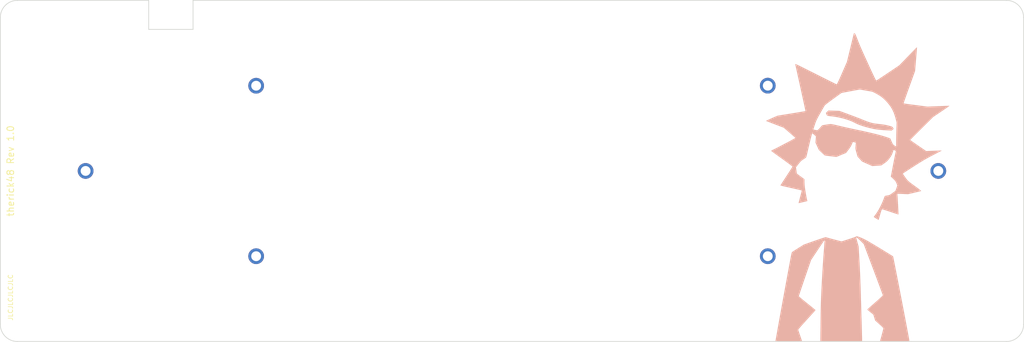
<source format=kicad_pcb>
(kicad_pcb (version 20171130) (host pcbnew "(5.1.2-1)-1")
  (layers (0 F.Cu signal) (31 B.Cu signal) (34 B.Paste user) (35 F.Paste user) (36 B.SilkS user) (37 F.SilkS user) (38 B.Mask user) (39 F.Mask user) (44 Edge.Cuts user))
  (net 0 "")
  (module Keeb_footprints:MX100_outline (layer F.Cu) (at 264.86 101.46)
    (fp_text reference U48)
    (fp_text value HOLE)
  )
  (module Keeb_footprints:MX100_outline (layer F.Cu) (at 245.86 101.46)
    (fp_text reference U47)
    (fp_text value HOLE)
  )
  (module Keeb_footprints:MX100_outline (layer F.Cu) (at 226.86 101.46)
    (fp_text reference U46)
    (fp_text value HOLE)
  )
  (module Keeb_footprints:MX100_outline (layer F.Cu) (at 207.86 101.46)
    (fp_text reference U45)
    (fp_text value HOLE)
  )
  (module Keeb_footprints:MX100_outline (layer F.Cu) (at 188.86 101.46)
    (fp_text reference U44)
    (fp_text value HOLE)
  )
  (module Keeb_footprints:MX100_outline (layer F.Cu) (at 169.86 101.46)
    (fp_text reference U43)
    (fp_text value HOLE)
  )
  (module Keeb_footprints:MX100_outline (layer F.Cu) (at 150.86 101.46)
    (fp_text reference U42)
    (fp_text value HOLE)
  )
  (module Keeb_footprints:MX100_outline (layer F.Cu) (at 131.86 101.46)
    (fp_text reference U41)
    (fp_text value HOLE)
  )
  (module Keeb_footprints:MX100_outline (layer F.Cu) (at 112.86 101.46)
    (fp_text reference U40)
    (fp_text value HOLE)
  )
  (module Keeb_footprints:MX100_outline (layer F.Cu) (at 93.86 101.46)
    (fp_text reference U39)
    (fp_text value HOLE)
  )
  (module Keeb_footprints:MX100_outline (layer F.Cu) (at 74.86 101.46)
    (fp_text reference U38)
    (fp_text value HOLE)
  )
  (module Keeb_footprints:MX100_outline (layer F.Cu) (at 55.86 101.46)
    (fp_text reference U37)
    (fp_text value HOLE)
  )
  (module Keeb_footprints:MX100_outline (layer F.Cu) (at 264.86 82.46)
    (fp_text reference U36)
    (fp_text value HOLE)
  )
  (module Keeb_footprints:MX100_outline (layer F.Cu) (at 245.86 82.46)
    (fp_text reference U35)
    (fp_text value HOLE)
  )
  (module Keeb_footprints:MX100_outline (layer F.Cu) (at 226.86 82.46)
    (fp_text reference U34)
    (fp_text value HOLE)
  )
  (module Keeb_footprints:MX100_outline (layer F.Cu) (at 207.86 82.46)
    (fp_text reference U33)
    (fp_text value HOLE)
  )
  (module Keeb_footprints:MX100_outline (layer F.Cu) (at 188.86 82.46)
    (fp_text reference U32)
    (fp_text value HOLE)
  )
  (module Keeb_footprints:MX100_outline (layer F.Cu) (at 169.86 82.46)
    (fp_text reference U31)
    (fp_text value HOLE)
  )
  (module Keeb_footprints:MX100_outline (layer F.Cu) (at 150.86 82.46)
    (fp_text reference U30)
    (fp_text value HOLE)
  )
  (module Keeb_footprints:MX100_outline (layer F.Cu) (at 131.86 82.46)
    (fp_text reference U29)
    (fp_text value HOLE)
  )
  (module Keeb_footprints:MX100_outline (layer F.Cu) (at 112.86 82.46)
    (fp_text reference U28)
    (fp_text value HOLE)
  )
  (module Keeb_footprints:MX100_outline (layer F.Cu) (at 93.86 82.46)
    (fp_text reference U27)
    (fp_text value HOLE)
  )
  (module Keeb_footprints:MX100_outline (layer F.Cu) (at 74.86 82.46)
    (fp_text reference U26)
    (fp_text value HOLE)
  )
  (module Keeb_footprints:MX100_outline (layer F.Cu) (at 55.86 82.46)
    (fp_text reference U25)
    (fp_text value HOLE)
  )
  (module Keeb_footprints:MX100_outline (layer F.Cu) (at 264.86 63.46)
    (fp_text reference U24)
    (fp_text value HOLE)
  )
  (module Keeb_footprints:MX100_outline (layer F.Cu) (at 245.86 63.46)
    (fp_text reference U23)
    (fp_text value HOLE)
  )
  (module Keeb_footprints:MX100_outline (layer F.Cu) (at 226.86 63.46)
    (fp_text reference U22)
    (fp_text value HOLE)
  )
  (module Keeb_footprints:MX100_outline (layer F.Cu) (at 207.86 63.46)
    (fp_text reference U21)
    (fp_text value HOLE)
  )
  (module Keeb_footprints:MX100_outline (layer F.Cu) (at 188.86 63.46)
    (fp_text reference U20)
    (fp_text value HOLE)
  )
  (module Keeb_footprints:MX100_outline (layer F.Cu) (at 169.86 63.46)
    (fp_text reference U19)
    (fp_text value HOLE)
  )
  (module Keeb_footprints:MX100_outline (layer F.Cu) (at 150.86 63.46)
    (fp_text reference U18)
    (fp_text value HOLE)
  )
  (module Keeb_footprints:MX100_outline (layer F.Cu) (at 131.86 63.46)
    (fp_text reference U17)
    (fp_text value HOLE)
  )
  (module Keeb_footprints:MX100_outline (layer F.Cu) (at 112.86 63.46)
    (fp_text reference U16)
    (fp_text value HOLE)
  )
  (module Keeb_footprints:MX100_outline (layer F.Cu) (at 93.86 63.46)
    (fp_text reference U15)
    (fp_text value HOLE)
  )
  (module Keeb_footprints:MX100_outline (layer F.Cu) (at 74.86 63.46)
    (fp_text reference U14)
    (fp_text value HOLE)
  )
  (module Keeb_footprints:MX100_outline (layer F.Cu) (at 55.86 63.46)
    (fp_text reference U13)
    (fp_text value HOLE)
  )
  (module Keeb_footprints:MX100_outline (layer F.Cu) (at 264.86 44.46)
    (fp_text reference U12)
    (fp_text value HOLE)
  )
  (module Keeb_footprints:MX100_outline (layer F.Cu) (at 245.86 44.46)
    (fp_text reference U11)
    (fp_text value HOLE)
  )
  (module Keeb_footprints:MX100_outline (layer F.Cu) (at 226.86 44.46)
    (fp_text reference U10)
    (fp_text value HOLE)
  )
  (module Keeb_footprints:MX100_outline (layer F.Cu) (at 207.86 44.46)
    (fp_text reference U9)
    (fp_text value HOLE)
  )
  (module Keeb_footprints:MX100_outline (layer F.Cu) (at 188.86 44.46)
    (fp_text reference U8)
    (fp_text value HOLE)
  )
  (module Keeb_footprints:MX100_outline (layer F.Cu) (at 169.86 44.46)
    (fp_text reference U7)
    (fp_text value HOLE)
  )
  (module Keeb_footprints:MX100_outline (layer F.Cu) (at 150.86 44.46)
    (fp_text reference U6)
    (fp_text value HOLE)
  )
  (module Keeb_footprints:MX100_outline (layer F.Cu) (at 131.86 44.46)
    (fp_text reference U5)
    (fp_text value HOLE)
  )
  (module Keeb_footprints:MX100_outline (layer F.Cu) (at 112.86 44.46)
    (fp_text reference U4)
    (fp_text value HOLE)
  )
  (module Keeb_footprints:MX100_outline (layer F.Cu) (at 93.86 44.46)
    (fp_text reference U3)
    (fp_text value HOLE)
  )
  (module Keeb_footprints:MX100_outline (layer F.Cu) (at 74.86 44.46)
    (fp_text reference U2)
    (fp_text value HOLE)
  )
  (module Keeb_footprints:MX100_outline (layer F.Cu) (at 55.86 44.46)
    (fp_text reference U1)
    (fp_text value HOLE)
  )
  (module Artwork:rick_large (layer B.Cu) (at 237.60625 76.596875 180)
    (fp_text reference U65 hide)
    (fp_text value HOLE hide)
    (fp_poly (pts (xy 7.015348 16.828876) (xy 7.293472 16.555918) (xy 7.179463 16.265675) (xy 7.129511 16.145662) (xy 7.07489 16.054858) (xy 6.997239 15.986717) (xy 6.878202 15.934695) (xy 6.699419 15.892244) (xy 6.442533 15.852821) (xy 6.089185 15.809878) (xy 5.813351 15.778586) (xy 5.115897 15.680371) (xy 4.388311 15.542399) (xy 3.655785 15.371742) (xy 2.943513 15.175471) (xy 2.276688 14.960658) (xy 1.680501 14.734375) (xy 1.180146 14.503692) (xy 1.0795 14.449778) (xy 0.402342 14.116625) (xy -0.39138 13.800847) (xy -1.292025 13.50565) (xy -2.289948 13.234239) (xy -3.20675 13.024787) (xy -3.5783 12.952725) (xy -3.968008 12.89035) (xy -4.394824 12.835683) (xy -4.877699 12.786744) (xy -5.435581 12.741555) (xy -6.087421 12.698138) (xy -6.643891 12.665849) (xy -7.350532 12.626799) (xy -7.576549 12.825244) (xy -7.802566 13.02369) (xy -7.670251 13.247946) (xy -7.608846 13.346706) (xy -7.544687 13.422574) (xy -7.457186 13.485047) (xy -7.325758 13.543623) (xy -7.129814 13.607798) (xy -6.848768 13.687069) (xy -6.536107 13.771137) (xy -6.058887 13.881287) (xy -5.498397 13.977611) (xy -4.836374 14.063075) (xy -4.550905 14.093677) (xy -4.070542 14.145372) (xy -3.684674 14.194513) (xy -3.361081 14.247023) (xy -3.06754 14.308823) (xy -2.77183 14.385833) (xy -2.463338 14.477309) (xy -2.089201 14.599415) (xy -1.694645 14.739606) (xy -1.32836 14.879975) (xy -1.055683 14.995019) (xy -0.864897 15.076463) (xy -0.571936 15.194925) (xy -0.193899 15.343793) (xy 0.252119 15.516454) (xy 0.74902 15.706296) (xy 1.279707 15.906708) (xy 1.827084 16.111078) (xy 1.901192 16.13856) (xy 4.278634 17.019493) (xy 5.507929 17.060663) (xy 6.737225 17.101833) (xy 7.015348 16.828876)) (layer B.SilkS) (width 0.01))
    (fp_poly (pts (xy 1.043847 34.277804) (xy 1.0795 34.255908) (xy 1.094033 34.189366) (xy 1.135755 34.011175) (xy 1.201843 33.733091) (xy 1.289476 33.366867) (xy 1.395834 32.924258) (xy 1.518096 32.41702) (xy 1.653441 31.856908) (xy 1.799048 31.255675) (xy 1.840353 31.085353) (xy 2.601207 27.948892) (xy 3.697728 25.436492) (xy 3.964582 24.829531) (xy 4.20467 24.292426) (xy 4.414362 23.832892) (xy 4.590029 23.458647) (xy 4.728041 23.177407) (xy 4.824767 22.996886) (xy 4.876578 22.924801) (xy 4.879835 22.923797) (xy 4.948542 22.951763) (xy 5.121889 23.032908) (xy 5.391253 23.162954) (xy 5.748013 23.337627) (xy 6.183546 23.552651) (xy 6.68923 23.803751) (xy 7.256444 24.086652) (xy 7.876565 24.397079) (xy 8.540971 24.730756) (xy 9.24104 25.083407) (xy 9.565687 25.247293) (xy 10.404904 25.670873) (xy 11.137824 26.039939) (xy 11.771256 26.357736) (xy 12.31201 26.627506) (xy 12.766895 26.852494) (xy 13.142721 27.035945) (xy 13.446296 27.181101) (xy 13.68443 27.291208) (xy 13.863932 27.369508) (xy 13.991611 27.419247) (xy 14.074277 27.443668) (xy 14.11874 27.446015) (xy 14.131807 27.429532) (xy 14.130811 27.422168) (xy 14.084473 27.22151) (xy 14.016591 26.921487) (xy 13.929576 26.5331) (xy 13.825838 26.067352) (xy 13.707789 25.535245) (xy 13.57784 24.947781) (xy 13.438403 24.315962) (xy 13.291889 23.65079) (xy 13.140709 22.963268) (xy 12.987275 22.264397) (xy 12.833997 21.565179) (xy 12.683286 20.876617) (xy 12.537555 20.209712) (xy 12.399215 19.575467) (xy 12.270675 18.984884) (xy 12.154349 18.448965) (xy 12.052647 17.978712) (xy 11.96798 17.585127) (xy 11.90276 17.279213) (xy 11.859398 17.071971) (xy 11.840305 16.974403) (xy 11.839676 16.968158) (xy 11.904334 16.954459) (xy 12.082374 16.922627) (xy 12.361782 16.874669) (xy 12.730547 16.812592) (xy 13.176657 16.738402) (xy 13.6881 16.654105) (xy 14.252863 16.561709) (xy 14.858935 16.46322) (xy 14.972681 16.444806) (xy 18.08603 15.941111) (xy 19.361765 15.385532) (xy 19.73342 15.22223) (xy 20.062424 15.0749) (xy 20.332077 14.951249) (xy 20.525682 14.858983) (xy 20.626538 14.805811) (xy 20.637233 14.796851) (xy 20.580025 14.767276) (xy 20.417745 14.698516) (xy 20.164209 14.596044) (xy 19.833236 14.465334) (xy 19.438643 14.311857) (xy 18.994247 14.141086) (xy 18.664157 14.015408) (xy 16.691348 13.267065) (xy 15.394174 12.152486) (xy 15.051392 11.856408) (xy 14.742588 11.586711) (xy 14.480255 11.354547) (xy 14.276886 11.171068) (xy 14.144976 11.047427) (xy 14.097017 10.994775) (xy 14.097 10.994537) (xy 14.151089 10.954749) (xy 14.304039 10.864105) (xy 14.541873 10.730026) (xy 14.850614 10.559936) (xy 15.216284 10.361259) (xy 15.624907 10.141417) (xy 16.062507 9.907835) (xy 16.515105 9.667934) (xy 16.968725 9.42914) (xy 17.409389 9.198874) (xy 17.823122 8.98456) (xy 18.195946 8.793622) (xy 18.513883 8.633483) (xy 18.762958 8.511566) (xy 18.843625 8.473566) (xy 19.102753 8.349682) (xy 19.312942 8.241658) (xy 19.451024 8.161913) (xy 19.4945 8.124726) (xy 19.444414 8.079262) (xy 19.300974 7.967816) (xy 19.074406 7.797893) (xy 18.774934 7.576996) (xy 18.412785 7.312632) (xy 17.998183 7.012303) (xy 17.541354 6.683515) (xy 17.11325 6.37711) (xy 16.627564 6.028925) (xy 16.175176 5.701811) (xy 15.766323 5.403373) (xy 15.411242 5.141216) (xy 15.120169 4.922942) (xy 14.90334 4.756156) (xy 14.770994 4.648461) (xy 14.73254 4.608679) (xy 14.766464 4.542089) (xy 14.862956 4.381471) (xy 15.014467 4.138684) (xy 15.213448 3.825591) (xy 15.452348 3.45405) (xy 15.72362 3.035924) (xy 16.019712 2.583072) (xy 16.089709 2.4765) (xy 16.389238 2.019537) (xy 16.664847 1.596538) (xy 16.909148 1.219031) (xy 17.114756 0.898546) (xy 17.274283 0.64661) (xy 17.380343 0.474752) (xy 17.42555 0.394499) (xy 17.426509 0.390132) (xy 17.36222 0.371669) (xy 17.187559 0.328801) (xy 16.916129 0.26468) (xy 16.561533 0.182456) (xy 16.137374 0.08528) (xy 15.657254 -0.023698) (xy 15.134776 -0.141327) (xy 15.047322 -0.160927) (xy 14.51916 -0.279662) (xy 14.031053 -0.390238) (xy 13.596622 -0.489504) (xy 13.229488 -0.574313) (xy 12.943273 -0.641512) (xy 12.751598 -0.687953) (xy 12.668085 -0.710486) (xy 12.665666 -0.711666) (xy 12.675013 -0.776648) (xy 12.713448 -0.946579) (xy 12.776604 -1.203895) (xy 12.860116 -1.53103) (xy 12.959619 -1.910419) (xy 13.0175 -2.12725) (xy 13.12408 -2.526615) (xy 13.217756 -2.882344) (xy 13.294045 -3.177027) (xy 13.348467 -3.393256) (xy 13.376542 -3.513621) (xy 13.379191 -3.532612) (xy 13.316115 -3.52381) (xy 13.155508 -3.490317) (xy 12.923043 -3.438248) (xy 12.644397 -3.373721) (xy 12.345244 -3.302853) (xy 12.051258 -3.231761) (xy 11.788115 -3.166562) (xy 11.581489 -3.113373) (xy 11.457054 -3.078311) (xy 11.432868 -3.068898) (xy 11.433661 -2.998799) (xy 11.473604 -2.861035) (xy 11.481705 -2.839201) (xy 11.514058 -2.719856) (xy 11.562717 -2.495513) (xy 11.623738 -2.186548) (xy 11.693176 -1.813339) (xy 11.767087 -1.396261) (xy 11.812212 -1.131816) (xy 11.907124 -0.546808) (xy 11.977248 -0.063396) (xy 12.025153 0.340843) (xy 12.053406 0.688332) (xy 12.064575 1.001494) (xy 12.065 1.075627) (xy 12.065 1.779638) (xy 12.92225 2.415304) (xy 13.205406 2.626354) (xy 13.449123 2.810074) (xy 13.636681 2.953695) (xy 13.751364 3.044445) (xy 13.7795 3.070182) (xy 13.787777 3.136952) (xy 13.810191 3.302904) (xy 13.843115 3.54147) (xy 13.874962 3.76945) (xy 13.970425 4.449506) (xy 13.39345 5.178207) (xy 13.148671 5.481797) (xy 12.952481 5.707406) (xy 12.77877 5.879761) (xy 12.601427 6.02359) (xy 12.394342 6.163621) (xy 12.2739 6.238466) (xy 12.036764 6.392494) (xy 11.84008 6.537214) (xy 11.71066 6.651998) (xy 11.676356 6.698137) (xy 11.646581 6.795509) (xy 11.593703 6.997106) (xy 11.522568 7.283264) (xy 11.438022 7.634323) (xy 11.344913 8.03062) (xy 11.300414 8.22325) (xy 11.157711 8.839369) (xy 11.017343 9.436048) (xy 10.882451 10.00064) (xy 10.756175 10.520496) (xy 10.641656 10.982967) (xy 10.542034 11.375404) (xy 10.46045 11.68516) (xy 10.400046 11.899586) (xy 10.363961 12.006033) (xy 10.359072 12.01433) (xy 10.297158 11.995208) (xy 10.166571 11.905976) (xy 9.991056 11.763631) (xy 9.912524 11.694673) (xy 9.506557 11.330437) (xy 9.564592 10.647347) (xy 9.622626 9.964256) (xy 9.245405 9.139933) (xy 8.868184 8.315609) (xy 7.52475 7.068099) (xy 6.235506 6.91245) (xy 4.946263 6.756801) (xy 3.871563 7.204276) (xy 2.796864 7.65175) (xy 2.262021 8.347042) (xy 1.930262 8.804865) (xy 1.684225 9.207401) (xy 1.519413 9.553542) (xy 1.424145 9.785876) (xy 1.347597 9.968682) (xy 1.301717 10.07359) (xy 1.294577 10.087456) (xy 1.229128 10.085779) (xy 1.079195 10.057183) (xy 0.95037 10.026318) (xy 0.623234 9.942476) (xy 0.671018 9.305113) (xy 0.693029 9.015314) (xy 0.705865 8.800566) (xy 0.705726 8.629226) (xy 0.688807 8.46965) (xy 0.651308 8.290195) (xy 0.589426 8.059219) (xy 0.499359 7.745078) (xy 0.472216 7.650616) (xy 0.235819 6.82625) (xy -0.260109 6.283627) (xy -0.756036 5.741004) (xy -1.886143 5.230568) (xy -3.01625 4.720131) (xy -4.03225 4.791852) (xy -5.04825 4.863572) (xy -5.715 5.322535) (xy -6.022632 5.540826) (xy -6.257738 5.72882) (xy -6.456679 5.921402) (xy -6.655818 6.153452) (xy -6.868318 6.428937) (xy -7.100643 6.748854) (xy -7.270602 7.014456) (xy -7.400501 7.266087) (xy -7.512646 7.544087) (xy -7.560889 7.681563) (xy -7.649176 7.938078) (xy -7.722395 8.145496) (xy -7.771015 8.277114) (xy -7.785073 8.309586) (xy -7.847792 8.299378) (xy -7.984956 8.247049) (xy -8.058472 8.214336) (xy -8.232001 8.110416) (xy -8.290804 8.015203) (xy -8.288851 8.001) (xy -8.253995 7.85174) (xy -8.199591 7.599648) (xy -8.130045 7.266615) (xy -8.049761 6.87453) (xy -7.963146 6.445283) (xy -7.874604 6.000764) (xy -7.788542 5.562861) (xy -7.709365 5.153465) (xy -7.641478 4.794465) (xy -7.618991 4.672714) (xy -7.542682 4.260981) (xy -7.46282 3.838678) (xy -7.386828 3.444504) (xy -7.322129 3.11716) (xy -7.296194 2.989964) (xy -7.170048 2.38125) (xy -7.704762 1.87325) (xy -7.950267 1.633709) (xy -8.123439 1.443646) (xy -8.248522 1.270067) (xy -8.349763 1.079982) (xy -8.4365 0.877525) (xy -8.633523 0.3898) (xy -8.421064 -0.201975) (xy -8.208604 -0.79375) (xy -7.540952 -1.281431) (xy -7.262594 -1.482573) (xy -7.056355 -1.621695) (xy -6.892701 -1.712911) (xy -6.742099 -1.770332) (xy -6.575014 -1.80807) (xy -6.375391 -1.838366) (xy -6.136266 -1.876465) (xy -5.948778 -1.915377) (xy -5.846218 -1.947943) (xy -5.838011 -1.953934) (xy -5.801474 -2.029213) (xy -5.732636 -2.197848) (xy -5.6419 -2.433588) (xy -5.555375 -2.667) (xy -5.341305 -3.207685) (xy -5.083407 -3.784335) (xy -4.796979 -4.367531) (xy -4.497321 -4.927853) (xy -4.199731 -5.435884) (xy -3.919511 -5.862204) (xy -3.830237 -5.984203) (xy -3.650913 -6.224304) (xy -3.506009 -6.424681) (xy -3.409411 -6.565655) (xy -3.375007 -6.627548) (xy -3.375494 -6.628611) (xy -3.435222 -6.666684) (xy -3.578191 -6.75673) (xy -3.779969 -6.88338) (xy -3.919956 -6.971082) (xy -4.442661 -7.298345) (xy -4.548283 -6.935297) (xy -4.606811 -6.732804) (xy -4.689346 -6.445518) (xy -4.785172 -6.110809) (xy -4.883575 -5.766045) (xy -4.889073 -5.74675) (xy -5.001585 -5.374573) (xy -5.097339 -5.10486) (xy -5.173246 -4.945581) (xy -5.21575 -4.903293) (xy -5.297188 -4.918443) (xy -5.482879 -4.970036) (xy -5.757009 -5.053132) (xy -6.103762 -5.162795) (xy -6.507323 -5.294086) (xy -6.951876 -5.442068) (xy -7.082117 -5.486015) (xy -7.53118 -5.63718) (xy -7.939732 -5.773144) (xy -8.29276 -5.889036) (xy -8.575253 -5.979985) (xy -8.772199 -6.041121) (xy -8.868585 -6.067571) (xy -8.875686 -6.067981) (xy -8.876949 -6.002742) (xy -8.871714 -5.828561) (xy -8.86091 -5.563278) (xy -8.845463 -5.224733) (xy -8.826302 -4.830767) (xy -8.804353 -4.39922) (xy -8.780545 -3.947932) (xy -8.755806 -3.494745) (xy -8.731062 -3.057497) (xy -8.707241 -2.65403) (xy -8.685272 -2.302184) (xy -8.666081 -2.019799) (xy -8.663066 -1.978698) (xy -8.623654 -1.449146) (xy -11.01725 -1.536832) (xy -12.446 -1.205074) (xy -12.855495 -1.108529) (xy -13.223657 -1.018947) (xy -13.532384 -0.940962) (xy -13.763571 -0.879204) (xy -13.899113 -0.838308) (xy -13.926466 -0.826267) (xy -13.893377 -0.776701) (xy -13.771104 -0.665579) (xy -13.57416 -0.504668) (xy -13.317056 -0.305737) (xy -13.014303 -0.080554) (xy -12.942216 -0.028082) (xy -12.443207 0.33397) (xy -12.034425 0.63237) (xy -11.703356 0.878123) (xy -11.437489 1.082233) (xy -11.22431 1.255704) (xy -11.051306 1.409541) (xy -10.905964 1.554749) (xy -10.775771 1.702331) (xy -10.648215 1.863292) (xy -10.510782 2.048637) (xy -10.387906 2.21828) (xy -10.19478 2.491056) (xy -10.033704 2.729327) (xy -9.917241 2.91364) (xy -9.857955 3.024544) (xy -9.853419 3.045788) (xy -9.909641 3.090996) (xy -10.062467 3.197144) (xy -10.301206 3.357221) (xy -10.615168 3.564215) (xy -10.993664 3.811115) (xy -11.426004 4.09091) (xy -11.901499 4.396589) (xy -12.35075 4.68373) (xy -13.011675 5.103308) (xy -13.586506 5.463835) (xy -14.094809 5.776727) (xy -14.556147 6.053398) (xy -14.990087 6.305265) (xy -15.416192 6.543742) (xy -15.854026 6.780244) (xy -16.323155 7.026188) (xy -16.680433 7.209973) (xy -17.124505 7.437973) (xy -17.529136 7.647524) (xy -17.881274 7.831725) (xy -18.167868 7.983675) (xy -18.375867 8.096474) (xy -18.492221 8.163221) (xy -18.512497 8.178671) (xy -18.44605 8.181785) (xy -18.269307 8.179891) (xy -17.998851 8.173449) (xy -17.651268 8.162916) (xy -17.243143 8.148749) (xy -16.791061 8.131405) (xy -16.77235 8.130654) (xy -15.053322 8.061518) (xy -13.273411 9.280955) (xy -12.85295 9.57017) (xy -12.4679 9.837243) (xy -12.130337 10.073629) (xy -11.852334 10.270777) (xy -11.645966 10.420142) (xy -11.523308 10.513174) (xy -11.4935 10.540992) (xy -11.537321 10.591947) (xy -11.663425 10.724084) (xy -11.863776 10.929301) (xy -12.130337 11.1995) (xy -12.455072 11.52658) (xy -12.829943 11.90244) (xy -13.246915 12.31898) (xy -13.69795 12.7681) (xy -14.049436 13.117172) (xy -15.389184 14.44625) (xy -8.462472 14.44625) (xy -8.409172 12.41425) (xy -8.396019 11.882054) (xy -8.384569 11.358604) (xy -8.375199 10.866051) (xy -8.368282 10.42655) (xy -8.364194 10.062251) (xy -8.363308 9.795308) (xy -8.363795 9.731375) (xy -8.36478 9.461235) (xy -8.361184 9.245856) (xy -8.353717 9.111784) (xy -8.346342 9.0805) (xy -8.283862 9.112027) (xy -8.146238 9.194194) (xy -7.985336 9.295201) (xy -7.838048 9.394776) (xy -7.726518 9.491851) (xy -7.632006 9.612905) (xy -7.535771 9.784415) (xy -7.419076 10.032861) (xy -7.344058 10.201315) (xy -7.038411 10.892728) (xy -6.170331 11.19068) (xy -5.567917 11.384278) (xy -4.847824 11.592444) (xy -4.018279 11.81313) (xy -3.08751 12.044288) (xy -2.063747 12.283869) (xy -0.955216 12.529824) (xy 0.132727 12.760034) (xy 0.765059 12.892789) (xy 1.438443 13.037427) (xy 2.123748 13.187471) (xy 2.791843 13.336444) (xy 3.413596 13.47787) (xy 3.959876 13.605272) (xy 4.275042 13.680998) (xy 4.733561 13.790778) (xy 5.1626 13.889342) (xy 5.543493 13.972729) (xy 5.857575 14.036975) (xy 6.086182 14.078118) (xy 6.210648 14.092195) (xy 6.211792 14.092176) (xy 6.362593 14.080036) (xy 6.606247 14.050356) (xy 6.910504 14.007445) (xy 7.243109 13.955609) (xy 7.28153 13.949301) (xy 8.11781 13.81125) (xy 8.607033 13.255625) (xy 8.807951 13.036332) (xy 8.986384 12.857853) (xy 9.122086 12.739414) (xy 9.192181 12.7) (xy 9.327229 12.71174) (xy 9.518207 12.741795) (xy 9.727809 12.78242) (xy 9.918732 12.825869) (xy 10.053671 12.864397) (xy 10.0965 12.887765) (xy 10.077293 12.95792) (xy 10.024083 13.127895) (xy 9.943484 13.377182) (xy 9.84211 13.68527) (xy 9.753317 13.951872) (xy 9.642338 14.276378) (xy 9.538482 14.559355) (xy 9.431242 14.823) (xy 9.31011 15.08951) (xy 9.164577 15.381081) (xy 8.984135 15.71991) (xy 8.758277 16.128195) (xy 8.536861 16.521458) (xy 8.303518 16.932739) (xy 8.085121 17.315111) (xy 7.891014 17.652414) (xy 7.73054 17.92849) (xy 7.613043 18.127181) (xy 7.547868 18.232328) (xy 7.545767 18.235393) (xy 7.467691 18.311684) (xy 7.298971 18.451944) (xy 7.052351 18.646392) (xy 6.740576 18.885241) (xy 6.37639 19.158708) (xy 5.972538 19.457009) (xy 5.620793 19.713231) (xy 3.813639 21.021425) (xy -0.251457 21.784251) (xy -1.665604 21.53289) (xy -3.07975 21.28153) (xy -3.974204 20.81664) (xy -4.512647 20.515605) (xy -4.994366 20.196384) (xy -5.445687 19.837329) (xy -5.892935 19.416796) (xy -6.362438 18.913138) (xy -6.547609 18.70075) (xy -7.06036 18.039439) (xy -7.483584 17.346408) (xy -7.830576 16.595547) (xy -8.114631 15.760749) (xy -8.196863 15.46225) (xy -8.462472 14.44625) (xy -15.389184 14.44625) (xy -16.605371 15.65275) (xy -18.431735 16.884909) (xy -18.857538 17.173328) (xy -19.246742 17.439177) (xy -19.587558 17.674229) (xy -19.868194 17.870258) (xy -20.07686 18.019038) (xy -20.201767 18.112343) (xy -20.233299 18.141869) (xy -20.166483 18.14491) (xy -19.986675 18.142933) (xy -19.707767 18.136353) (xy -19.343652 18.125589) (xy -18.90822 18.111055) (xy -18.415364 18.09317) (xy -17.878976 18.072349) (xy -17.771874 18.068039) (xy -15.33525 17.969407) (xy -12.8905 18.286481) (xy -12.216724 18.373873) (xy -11.658097 18.446594) (xy -11.203836 18.506417) (xy -10.843161 18.555114) (xy -10.565289 18.594461) (xy -10.359438 18.626228) (xy -10.214827 18.652191) (xy -10.120674 18.674122) (xy -10.066196 18.693795) (xy -10.040613 18.712982) (xy -10.033141 18.733458) (xy -10.033 18.756456) (xy -10.053968 18.829505) (xy -10.11436 19.01127) (xy -10.210408 19.291034) (xy -10.338344 19.658084) (xy -10.494399 20.101705) (xy -10.674807 20.611182) (xy -10.875799 21.1758) (xy -11.093606 21.784844) (xy -11.304555 22.372282) (xy -12.576109 25.906407) (xy -12.798573 28.551269) (xy -12.845681 29.116432) (xy -12.888561 29.640789) (xy -12.926197 30.111171) (xy -12.957573 30.514405) (xy -12.981674 30.837321) (xy -12.997483 31.066747) (xy -13.003985 31.189511) (xy -13.003393 31.206806) (xy -12.956982 31.164956) (xy -12.831253 31.040934) (xy -12.635179 30.843856) (xy -12.377732 30.582838) (xy -12.067885 30.267) (xy -11.714611 29.905456) (xy -11.326882 29.507326) (xy -11.024011 29.1955) (xy -9.062272 27.17352) (xy -6.549393 25.483471) (xy -6.04238 25.143328) (xy -5.565558 24.825078) (xy -5.129649 24.53576) (xy -4.745374 24.282414) (xy -4.423455 24.072081) (xy -4.174614 23.911801) (xy -4.009574 23.808612) (xy -3.939133 23.769575) (xy -3.904803 23.793075) (xy -3.845378 23.878871) (xy -3.757836 24.03316) (xy -3.639154 24.262144) (xy -3.486311 24.572022) (xy -3.296286 24.968993) (xy -3.066056 25.459257) (xy -2.792601 26.049013) (xy -2.472898 26.744462) (xy -2.224534 27.287489) (xy -1.868752 28.066769) (xy -1.560715 28.742029) (xy -1.295401 29.324766) (xy -1.067789 29.826479) (xy -0.872856 30.258666) (xy -0.705582 30.632826) (xy -0.560943 30.960456) (xy -0.433918 31.253056) (xy -0.319485 31.522122) (xy -0.212623 31.779155) (xy -0.108309 32.035651) (xy -0.001522 32.30311) (xy 0.11276 32.593029) (xy 0.239559 32.916907) (xy 0.286052 33.035876) (xy 0.45047 33.45392) (xy 0.577525 33.767845) (xy 0.674733 33.992334) (xy 0.749609 34.142075) (xy 0.809667 34.231753) (xy 0.862422 34.276055) (xy 0.91539 34.289666) (xy 0.927797 34.29) (xy 1.043847 34.277804)) (layer B.SilkS) (width 0.01))
    (fp_poly (pts (xy 0.570775 -10.964189) (xy 0.582454 -10.986614) (xy 0.646378 -11.022391) (xy 0.815494 -11.090142) (xy 1.073713 -11.184164) (xy 1.404944 -11.298759) (xy 1.793096 -11.428224) (xy 2.204022 -11.561109) (xy 3.80405 -12.07099) (xy 5.5374 -11.616289) (xy 5.986765 -11.497022) (xy 6.395056 -11.386001) (xy 6.746385 -11.287759) (xy 7.02486 -11.20683) (xy 7.214592 -11.14775) (xy 7.29969 -11.115051) (xy 7.3025 -11.112625) (xy 7.367294 -11.12225) (xy 7.538975 -11.170209) (xy 7.80475 -11.252341) (xy 8.151826 -11.364488) (xy 8.567409 -11.50249) (xy 9.038707 -11.662187) (xy 9.552926 -11.83942) (xy 9.763799 -11.912904) (xy 12.193348 -12.762146) (xy 13.478549 -13.566816) (xy 13.843513 -13.796204) (xy 14.174915 -14.006171) (xy 14.456726 -14.186427) (xy 14.672922 -14.326684) (xy 14.807474 -14.416652) (xy 14.843198 -14.442959) (xy 14.884197 -14.5295) (xy 14.939828 -14.715363) (xy 15.003291 -14.974689) (xy 15.067783 -15.281623) (xy 15.078532 -15.337591) (xy 15.172925 -15.838615) (xy 15.286116 -16.443794) (xy 15.415868 -17.140919) (xy 15.559945 -17.917782) (xy 15.716111 -18.762175) (xy 15.88213 -19.661889) (xy 16.055766 -20.604716) (xy 16.234783 -21.578446) (xy 16.416944 -22.570872) (xy 16.600014 -23.569786) (xy 16.781755 -24.562977) (xy 16.959934 -25.538239) (xy 17.132312 -26.483362) (xy 17.296654 -27.386139) (xy 17.450723 -28.23436) (xy 17.592285 -29.015817) (xy 17.719101 -29.718302) (xy 17.828937 -30.329606) (xy 17.919557 -30.837521) (xy 17.974177 -31.14675) (xy 18.078036 -31.7374) (xy 18.17612 -32.293033) (xy 18.266067 -32.800418) (xy 18.345512 -33.246326) (xy 18.412094 -33.617528) (xy 18.46345 -33.900792) (xy 18.497216 -34.08289) (xy 18.510046 -34.147125) (xy 18.544419 -34.29) (xy 15.590459 -34.29) (xy 14.991605 -34.289068) (xy 14.433438 -34.286399) (xy 13.928422 -34.282182) (xy 13.489021 -34.276605) (xy 13.1277 -34.269859) (xy 12.856923 -34.262131) (xy 12.689155 -34.253612) (xy 12.6365 -34.245193) (xy 12.656412 -34.174067) (xy 12.711933 -34.001991) (xy 12.796734 -33.747889) (xy 12.90449 -33.430688) (xy 13.028873 -33.069313) (xy 13.049249 -33.010517) (xy 13.176116 -32.640337) (xy 13.287188 -32.307736) (xy 13.376064 -32.032588) (xy 13.436341 -31.834769) (xy 13.461618 -31.734154) (xy 13.461999 -31.729105) (xy 13.420425 -31.664581) (xy 13.301446 -31.516486) (xy 13.11368 -31.29468) (xy 12.865742 -31.009026) (xy 12.566249 -30.669382) (xy 12.223817 -30.28561) (xy 11.847064 -29.867571) (xy 11.541125 -29.530868) (xy 11.144071 -29.094755) (xy 10.77418 -28.687226) (xy 10.440098 -28.317896) (xy 10.150469 -27.996382) (xy 9.913939 -27.732298) (xy 9.739153 -27.53526) (xy 9.634757 -27.414885) (xy 9.60777 -27.38046) (xy 9.652917 -27.332467) (xy 9.786942 -27.214679) (xy 9.999051 -27.035999) (xy 10.278445 -26.805333) (xy 10.61433 -26.531587) (xy 10.995907 -26.223665) (xy 11.412382 -25.890472) (xy 11.465145 -25.848455) (xy 11.886185 -25.511032) (xy 12.274102 -25.195719) (xy 12.617969 -24.911737) (xy 12.90686 -24.668306) (xy 13.129847 -24.474644) (xy 13.276004 -24.339972) (xy 13.334402 -24.273509) (xy 13.335 -24.270767) (xy 13.314841 -24.196809) (xy 13.256645 -24.012974) (xy 13.163828 -23.729432) (xy 13.039806 -23.356349) (xy 12.887997 -22.903895) (xy 12.711818 -22.382236) (xy 12.514686 -21.801541) (xy 12.300017 -21.171978) (xy 12.07123 -20.503714) (xy 11.967924 -20.202811) (xy 10.600848 -16.22425) (xy 9.189799 -14.102458) (xy 8.815347 -13.54002) (xy 8.504631 -13.075033) (xy 8.251552 -12.698871) (xy 8.050012 -12.402908) (xy 7.893913 -12.178516) (xy 7.777157 -12.017072) (xy 7.693646 -11.909948) (xy 7.637281 -11.848518) (xy 7.601965 -11.824157) (xy 7.581861 -11.827971) (xy 7.581961 -11.894078) (xy 7.591658 -12.073614) (xy 7.610005 -12.35345) (xy 7.636056 -12.720453) (xy 7.668864 -13.161492) (xy 7.707482 -13.663437) (xy 7.750963 -14.213154) (xy 7.777787 -14.54562) (xy 7.821502 -15.109561) (xy 7.869838 -15.779099) (xy 7.92145 -16.532969) (xy 7.974994 -17.349909) (xy 8.029124 -18.208654) (xy 8.082496 -19.087941) (xy 8.133764 -19.966507) (xy 8.181585 -20.823088) (xy 8.217311 -21.49475) (xy 8.267235 -22.474267) (xy 8.309815 -23.351938) (xy 8.345806 -24.152165) (xy 8.37596 -24.899356) (xy 8.401031 -25.617913) (xy 8.421773 -26.332244) (xy 8.438938 -27.066752) (xy 8.45328 -27.845843) (xy 8.465552 -28.693922) (xy 8.476508 -29.635395) (xy 8.480452 -30.019625) (xy 8.523013 -34.29) (xy -0.762 -34.29) (xy -0.761826 -33.702625) (xy -0.759812 -33.518732) (xy -0.754113 -33.223522) (xy -0.745133 -32.832611) (xy -0.733277 -32.361615) (xy -0.718951 -31.82615) (xy -0.702558 -31.241833) (xy -0.684503 -30.62428) (xy -0.667609 -30.06725) (xy -0.646333 -29.369301) (xy -0.622505 -28.573013) (xy -0.596956 -27.707002) (xy -0.570514 -26.799883) (xy -0.54401 -25.880272) (xy -0.518275 -24.976785) (xy -0.494137 -24.118038) (xy -0.475136 -23.4315) (xy -0.450774 -22.619962) (xy -0.420268 -21.726755) (xy -0.384895 -20.782632) (xy -0.34593 -19.818344) (xy -0.304653 -18.864646) (xy -0.262338 -17.952289) (xy -0.220265 -17.112027) (xy -0.188254 -16.523239) (xy 0.000198 -13.202728) (xy 0.291738 -12.18467) (xy 0.386497 -11.844732) (xy 0.464112 -11.54867) (xy 0.519509 -11.31735) (xy 0.547613 -11.171637) (xy 0.547943 -11.131277) (xy 0.483878 -11.152437) (xy 0.345852 -11.251812) (xy 0.1485 -11.416625) (xy -0.09354 -11.634098) (xy -0.365632 -11.891456) (xy -0.653138 -12.175921) (xy -0.679976 -12.203135) (xy -1.137702 -12.66825) (xy -3.267601 -18.334171) (xy -3.572361 -19.145766) (xy -3.864083 -19.924354) (xy -4.13969 -20.661626) (xy -4.396105 -21.34927) (xy -4.630251 -21.978977) (xy -4.839049 -22.542436) (xy -5.019422 -23.031338) (xy -5.168293 -23.437372) (xy -5.282584 -23.752229) (xy -5.359218 -23.967597) (xy -5.395117 -24.075168) (xy -5.3975 -24.08556) (xy -5.35123 -24.145641) (xy -5.219566 -24.278825) (xy -5.013231 -24.475204) (xy -4.742947 -24.72487) (xy -4.419438 -25.017915) (xy -4.053426 -25.344432) (xy -3.667125 -25.684463) (xy -3.270556 -26.032543) (xy -2.905974 -26.354916) (xy -2.584063 -26.641953) (xy -2.315505 -26.884027) (xy -2.110981 -27.07151) (xy -1.981175 -27.194774) (xy -1.93675 -27.243998) (xy -1.983377 -27.298744) (xy -2.111211 -27.416764) (xy -2.302183 -27.582124) (xy -2.538225 -27.778894) (xy -2.608227 -27.836062) (xy -3.279704 -28.382025) (xy -3.480755 -29.034137) (xy -3.681806 -29.68625) (xy -4.603153 -30.505694) (xy -4.90434 -30.779179) (xy -5.160076 -31.022405) (xy -5.357339 -31.222211) (xy -5.483106 -31.365434) (xy -5.5245 -31.436901) (xy -5.508396 -31.521551) (xy -5.464049 -31.706345) (xy -5.397409 -31.969116) (xy -5.314428 -32.287699) (xy -5.221054 -32.639927) (xy -5.12324 -33.003634) (xy -5.026934 -33.356653) (xy -4.938087 -33.676819) (xy -4.86265 -33.941964) (xy -4.806572 -34.129922) (xy -4.781228 -34.205788) (xy -4.7928 -34.224964) (xy -4.849511 -34.241122) (xy -4.960445 -34.254496) (xy -5.13469 -34.265323) (xy -5.381331 -34.273839) (xy -5.709455 -34.280279) (xy -6.128147 -34.284879) (xy -6.646493 -34.287875) (xy -7.27358 -34.289504) (xy -8.018495 -34.289999) (xy -8.025957 -34.29) (xy -8.765816 -34.289595) (xy -9.388315 -34.288201) (xy -9.903091 -34.285552) (xy -10.319781 -34.281381) (xy -10.648022 -34.275418) (xy -10.897452 -34.267398) (xy -11.077707 -34.257053) (xy -11.198427 -34.244115) (xy -11.269246 -34.228317) (xy -11.299804 -34.209391) (xy -11.303 -34.199076) (xy -11.291178 -34.108661) (xy -11.256786 -33.903417) (xy -11.201435 -33.591684) (xy -11.126736 -33.181805) (xy -11.0343 -32.682121) (xy -10.925738 -32.100973) (xy -10.802661 -31.446702) (xy -10.66668 -30.727651) (xy -10.519406 -29.95216) (xy -10.362451 -29.128571) (xy -10.197424 -28.265226) (xy -10.025937 -27.370466) (xy -9.849601 -26.452632) (xy -9.670027 -25.520066) (xy -9.488826 -24.581109) (xy -9.30761 -23.644103) (xy -9.127988 -22.71739) (xy -8.951572 -21.80931) (xy -8.779974 -20.928205) (xy -8.614804 -20.082417) (xy -8.457672 -19.280286) (xy -8.310191 -18.530156) (xy -8.173971 -17.840366) (xy -8.050623 -17.219259) (xy -7.941758 -16.675175) (xy -7.848987 -16.216457) (xy -7.773921 -15.851446) (xy -7.718171 -15.588483) (xy -7.683348 -15.435909) (xy -7.672112 -15.399067) (xy -7.603322 -15.352366) (xy -7.436185 -15.24611) (xy -7.180939 -15.086616) (xy -6.84782 -14.880201) (xy -6.447063 -14.63318) (xy -5.988905 -14.351869) (xy -5.483583 -14.042586) (xy -4.941332 -13.711645) (xy -4.637471 -13.526585) (xy -3.947557 -13.107762) (xy -3.353808 -12.749889) (xy -2.84476 -12.446493) (xy -2.408954 -12.191097) (xy -2.034928 -11.977229) (xy -1.711222 -11.798415) (xy -1.426374 -11.64818) (xy -1.168923 -11.520051) (xy -0.927408 -11.407552) (xy -0.742497 -11.326396) (xy -0.28832 -11.139002) (xy 0.062398 -11.011058) (xy 0.317354 -10.940591) (xy 0.484247 -10.925626) (xy 0.570775 -10.964189)) (layer B.SilkS) (width 0.01))
  )
  (module random-keyboard-parts:Generic-Mounthole (layer F.Cu) (at 255.36 72.96)
    (fp_text reference H6)
    (fp_text value MountingHole)
    (pad 1 thru_hole circle (at 0 0) (size 3.5 3.5) (drill 2.2) (layers *.Cu *.Mask))
  )
  (module random-keyboard-parts:Generic-Mounthole (layer F.Cu) (at 217.36 91.96)
    (fp_text reference H5)
    (fp_text value MountingHole)
    (pad 1 thru_hole circle (at 0 0) (size 3.5 3.5) (drill 2.2) (layers *.Cu *.Mask))
  )
  (module random-keyboard-parts:Generic-Mounthole (layer F.Cu) (at 217.36 53.96)
    (fp_text reference H4)
    (fp_text value MountingHole)
    (pad 1 thru_hole circle (at 0 0) (size 3.5 3.5) (drill 2.2) (layers *.Cu *.Mask))
  )
  (module random-keyboard-parts:Generic-Mounthole (layer F.Cu) (at 103.36 91.96)
    (fp_text reference H3)
    (fp_text value MountingHole)
    (pad 1 thru_hole circle (at 0 0) (size 3.5 3.5) (drill 2.2) (layers *.Cu *.Mask))
  )
  (module random-keyboard-parts:Generic-Mounthole (layer F.Cu) (at 103.36 53.975)
    (fp_text reference H2)
    (fp_text value MountingHole)
    (pad 1 thru_hole circle (at 0 0) (size 3.5 3.5) (drill 2.2) (layers *.Cu *.Mask))
  )
  (module random-keyboard-parts:Generic-Mounthole (layer F.Cu) (at 65.36 72.96)
    (fp_text reference H1)
    (fp_text value MountingHole)
    (pad 1 thru_hole circle (at 0 0) (size 3.5 3.5) (drill 2.2) (layers *.Cu *.Mask))
  )
  (gr_text "therick48 Rev 1.0" (at 48.639872 72.959808 90) (layer F.SilkS) (effects (font (size 1.5 1.5) (thickness 0.2))))
  (gr_line (start 274.36 38.76) (end 274.36 107.16) (layer Edge.Cuts) (width 0.15))
  (gr_line (start 89.299765 41.419891) (end 89.3 34.96) (layer Edge.Cuts) (width 0.15))
  (gr_line (start 79.419765 41.419891) (end 89.299765 41.419891) (layer Edge.Cuts) (width 0.15))
  (gr_line (start 79.42 34.96) (end 79.419791 41.419891) (layer Edge.Cuts) (width 0.15))
  (gr_line (start 50.16 110.96) (end 270.56 110.96) (layer Edge.Cuts) (width 0.15))
  (gr_line (start 46.36 38.76) (end 46.36 107.16) (layer Edge.Cuts) (width 0.15))
  (gr_line (start 50.16 34.96) (end 79.42 34.96) (layer Edge.Cuts) (width 0.15))
  (gr_line (start 270.56 34.96) (end 89.3 34.96) (layer Edge.Cuts) (width 0.15))
  (gr_arc (start 270.56 38.76) (end 274.36 38.76) (angle -90) (layer Edge.Cuts) (width 0.15))
  (gr_arc (start 270.56 107.16) (end 270.56 110.96) (angle -90) (layer Edge.Cuts) (width 0.15))
  (gr_arc (start 50.16 107.16) (end 46.36 107.16) (angle -90) (layer Edge.Cuts) (width 0.15))
  (gr_arc (start 50.16 38.76) (end 50.16 34.96) (angle -90) (layer Edge.Cuts) (width 0.15))
  (gr_text JLCJLCJLCJLC (at 48.64 106.4 90) (layer F.SilkS) (effects (font (size 1 1)) (justify left)))
)
</source>
